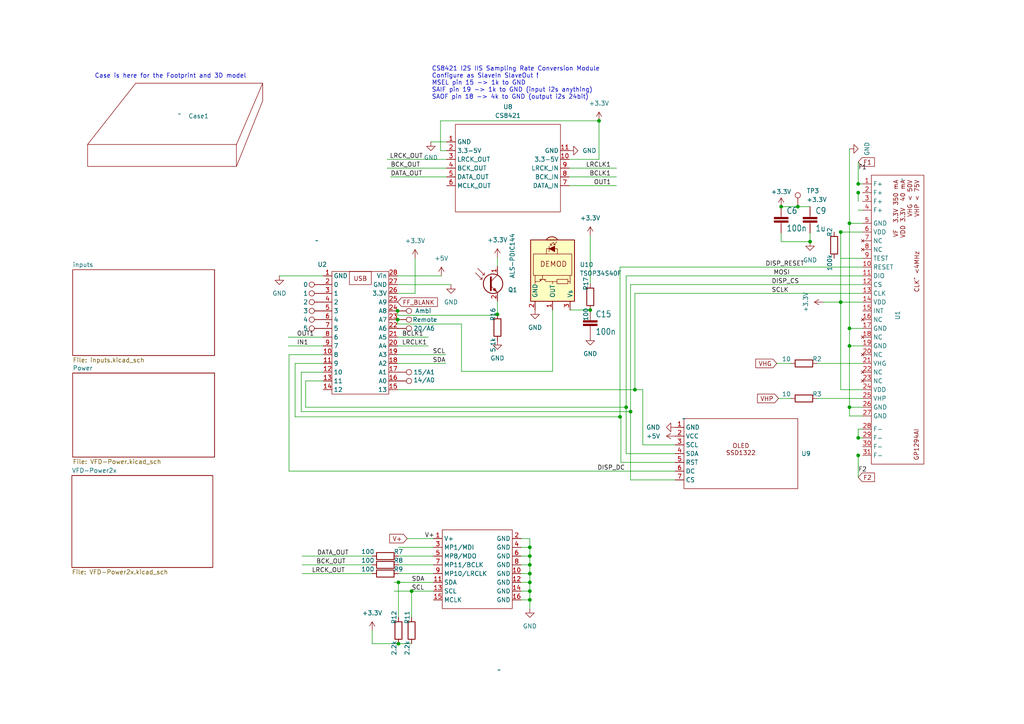
<source format=kicad_sch>
(kicad_sch (version 20230121) (generator eeschema)
  (paper "A4")
  (lib_symbols
    (symbol "Connector:TestPoint" (pin_numbers hide) (pin_names (offset 0.762) hide)
      (property "Reference" "TP" (at 0 6.858 0))
      (property "Value" "TestPoint" (at 0 5.08 0))
      (symbol "TestPoint_0_1"
        (circle (center 0 3.302) (radius 0.762))
      )
      (symbol "TestPoint_1_1"
        (pin passive line (at 0 0 90) (length 2.54) (name "1") (number "1"))
      )
    )
    (symbol "Device:R" (pin_numbers hide) (pin_names (offset 0))
      (property "Reference" "R" (at 2.032 0 90))
      (property "Value" "R" (at 0 0 90))
      (symbol "R_0_1"
        (rectangle (start -1.016 -2.54) (end 1.016 2.54) (stroke (width 0.254)))
      )
      (symbol "R_1_1"
        (pin passive line (at 0 3.81 270) (length 1.27) (name "~") (number "1"))
        (pin passive line (at 0 -3.81 90) (length 1.27) (name "~") (number "2"))
      )
    )
    (symbol "FreeDSP:FreeDSP-allinone"
      (property "Reference" "U" (at 0 0 0))
      (symbol "FreeDSP-allinone_0_1"
        (rectangle (start -16.51 40.64) (end 3.81 17.78))
      )
      (symbol "FreeDSP-allinone_1_1"
        (pin input line (at -388.62 -1174.75 0) (length 2.54) (name "V+") (number "1"))
        (pin input line (at -19.05 38.1 0) (length 2.54) (name "V+") (number "1"))
        (pin input line (at 6.35 27.94 180) (length 2.54) (name "GND") (number "10"))
        (pin input line (at -19.05 25.4 0) (length 2.54) (name "SDA") (number "11"))
        (pin input line (at 6.35 25.4 180) (length 2.54) (name "GND") (number "12"))
        (pin input line (at -19.05 22.86 0) (length 2.54) (name "SCL") (number "13"))
        (pin input line (at 6.35 22.86 180) (length 2.54) (name "GND") (number "14"))
        (pin input line (at -19.05 20.32 0) (length 2.54) (name "MCLK") (number "15"))
        (pin input line (at 6.35 20.32 180) (length 2.54) (name "GND") (number "16"))
        (pin input line (at 6.35 38.1 180) (length 2.54) (name "GND") (number "2"))
        (pin input line (at -19.05 35.56 0) (length 2.54) (name "MP1/MDI") (number "3"))
        (pin input line (at 6.35 35.56 180) (length 2.54) (name "GND") (number "4"))
        (pin input line (at -19.05 33.02 0) (length 2.54) (name "MP8/MDO") (number "5"))
        (pin input line (at 6.35 33.02 180) (length 2.54) (name "GND") (number "6"))
        (pin input line (at -19.05 30.48 0) (length 2.54) (name "MP11/BCLK") (number "7"))
        (pin input line (at 6.35 30.48 180) (length 2.54) (name "GND") (number "8"))
        (pin input line (at -19.05 27.94 0) (length 2.54) (name "MP10/LRCLK") (number "9"))
      )
    )
    (symbol "Interface_Optical:TSOP34S40F" (pin_names (offset 1.016))
      (property "Reference" "U" (at -10.16 7.62 0))
      (property "Value" "TSOP34S40F" (at -10.16 -7.62 0))
      (symbol "TSOP34S40F_0_0"
        (arc (start -10.287 1.397) (mid -11.0899 -0.1852) (end -10.287 -1.778) (stroke (width 0.254)) (fill (type background)))
        (polyline (pts (xy 1.905 -5.08) (xy 0.127 -5.08)))
        (polyline (pts (xy 1.905 5.08) (xy 0.127 5.08)))
        (text "DEMOD" (at -3.175 0.254 900) (effects (font (size 1.524 1.524))))
      )
      (symbol "TSOP34S40F_0_1"
        (rectangle (start -6.096 5.588) (end 0.127 -5.588))
        (polyline (pts (xy -8.763 0.381) (xy -9.652 1.27)))
        (polyline (pts (xy -8.763 0.381) (xy -9.271 0.381)))
        (polyline (pts (xy -8.763 0.381) (xy -8.763 0.889)))
        (polyline (pts (xy -8.636 -0.635) (xy -9.525 0.254)))
        (polyline (pts (xy -8.636 -0.635) (xy -9.144 -0.635)))
        (polyline (pts (xy -8.636 -0.635) (xy -8.636 -0.127)))
        (polyline (pts (xy -8.382 -1.016) (xy -6.731 -1.016)))
        (polyline (pts (xy 1.27 -2.921) (xy 0.127 -2.921)))
        (polyline (pts (xy 1.27 -1.905) (xy 1.27 -3.81)))
        (polyline (pts (xy 1.397 -3.556) (xy 1.524 -3.556)))
        (polyline (pts (xy 1.651 -3.556) (xy 1.524 -3.556)))
        (polyline (pts (xy 1.651 -3.556) (xy 1.651 -3.302)))
        (polyline (pts (xy 1.905 0) (xy 1.905 1.27)))
        (polyline (pts (xy 1.905 4.445) (xy 1.905 5.08) (xy 2.54 5.08)))
        (polyline (pts (xy -8.382 0.635) (xy -6.731 0.635) (xy -7.62 -1.016) (xy -8.382 0.635)) (fill (type outline)))
        (polyline (pts (xy -6.096 1.397) (xy -7.62 1.397) (xy -7.62 -1.778) (xy -6.096 -1.778)))
        (polyline (pts (xy 1.27 -3.175) (xy 1.905 -3.81) (xy 1.905 -5.08) (xy 2.54 -5.08)))
        (polyline (pts (xy 1.27 -2.54) (xy 1.905 -1.905) (xy 1.905 0) (xy 2.54 0)))
        (rectangle (start 2.54 1.27) (end 1.27 4.445))
        (rectangle (start 7.62 6.35) (end -10.16 -6.35) (stroke (width 0.254)) (fill (type background)))
      )
      (symbol "TSOP34S40F_1_1"
        (pin output line (at 10.16 0 180) (length 2.54) (name "OUT") (number "1"))
        (pin power_in line (at 10.16 -5.08 180) (length 2.54) (name "GND") (number "2"))
        (pin power_in line (at 10.16 5.08 180) (length 2.54) (name "Vs") (number "3"))
      )
    )
    (symbol "Sensor_Optical:BPW42" (pin_names (offset 0) hide)
      (property "Reference" "Q" (at 5.08 1.27 0))
      (property "Value" "BPW42" (at 5.08 -1.27 0))
      (symbol "BPW42_0_1"
        (polyline (pts (xy -1.905 1.27) (xy -2.54 1.27)))
        (polyline (pts (xy -1.27 2.54) (xy -1.905 2.54)))
        (polyline (pts (xy 0.635 0.635) (xy 2.54 2.54)))
        (polyline (pts (xy -3.81 3.175) (xy -1.905 1.27) (xy -1.905 1.905)))
        (polyline (pts (xy -3.175 4.445) (xy -1.27 2.54) (xy -1.27 3.175)))
        (polyline (pts (xy 0.635 -0.635) (xy 2.54 -2.54) (xy 2.54 -2.54)))
        (polyline (pts (xy 0.635 1.905) (xy 0.635 -1.905) (xy 0.635 -1.905)) (stroke (width 0.508)))
        (polyline (pts (xy 1.27 -1.778) (xy 1.778 -1.27) (xy 2.286 -2.286) (xy 1.27 -1.778) (xy 1.27 -1.778)) (fill (type outline)))
        (circle (center 1.27 0) (radius 2.8194) (stroke (width 0.254)))
      )
      (symbol "BPW42_1_1"
        (pin passive line (at 2.54 5.08 270) (length 2.54) (name "C") (number "1"))
        (pin passive line (at 2.54 -5.08 90) (length 2.54) (name "E") (number "2"))
      )
    )
    (symbol "VFD-Power-eagle-import:C-EUC1206"
      (property "Reference" "C" (at 1.524 0.381 0))
      (symbol "C-EUC1206_1_0"
        (rectangle (start -2.032 -2.032) (end 2.032 -1.524) (fill (type outline)))
        (rectangle (start -2.032 -1.016) (end 2.032 -0.508) (fill (type outline)))
        (polyline (pts (xy 0 -2.54) (xy 0 -2.032)) (stroke (width 0.1524)))
        (polyline (pts (xy 0 0) (xy 0 -0.508)) (stroke (width 0.1524)))
        (pin passive line (at 0 2.54 270) (length 2.54) (name "1") (number "1"))
        (pin passive line (at 0 -5.08 90) (length 2.54) (name "2") (number "2"))
      )
    )
    (symbol "VFDs-Library:CS8421-breakout"
      (property "Reference" "U" (at -15.24 12.7 0))
      (property "Value" "CS8421" (at 0 8.89 0))
      (symbol "CS8421-breakout_0_1"
        (rectangle (start -15.24 12.7) (end 15.24 -12.7))
      )
      (symbol "CS8421-breakout_1_1"
        (pin power_in line (at -17.78 7.62 0) (length 2.54) (name "GND") (number "1"))
        (pin power_in line (at 17.78 2.54 180) (length 2.54) (name "3.3-5V") (number "10"))
        (pin power_in line (at 17.78 5.08 180) (length 2.54) (name "GND") (number "11"))
        (pin power_in line (at -17.78 5.08 0) (length 2.54) (name "3.3-5V") (number "2"))
        (pin output line (at -17.78 2.54 0) (length 2.54) (name "LRCK_OUT") (number "3"))
        (pin output line (at -17.78 0 0) (length 2.54) (name "BCK_OUT") (number "4"))
        (pin output line (at -17.78 -2.54 0) (length 2.54) (name "DATA_OUT") (number "5"))
        (pin output line (at -17.78 -5.08 0) (length 2.54) (name "MCLK_OUT") (number "6"))
        (pin input line (at 17.78 -5.08 180) (length 2.54) (name "DATA_IN") (number "7"))
        (pin input line (at 17.78 -2.54 180) (length 2.54) (name "BCK_IN") (number "8"))
        (pin input line (at 17.78 0 180) (length 2.54) (name "LRCK_IN") (number "9"))
      )
    )
    (symbol "VFDs-Library:CaseDD"
      (property "Reference" "CASE" (at 0 0 0))
      (symbol "CaseDD_0_1"
        (polyline (pts (xy 16.51 -15.24) (xy 24.13 3.81) (xy 24.13 8.89)))
        (polyline (pts (xy -26.67 -8.89) (xy -26.67 -15.24) (xy 16.51 -15.24) (xy 16.51 -8.89)))
        (polyline (pts (xy -12.7 8.89) (xy -26.67 -8.89) (xy 16.51 -8.89) (xy 24.13 8.89) (xy -12.7 8.89)))
      )
    )
    (symbol "VFDs-Library:GP1294AI"
      (property "Reference" "DISP" (at 0 -2.54 0))
      (symbol "GP1294AI_0_1"
        (rectangle (start -41.91 7.62) (end 41.91 -7.62))
      )
      (symbol "GP1294AI_1_1"
        (text "CLK^ <4MHz" (at 13.9211 -5.5814 0) (effects (font (size 1.27 1.27))))
        (text "GP1294AI" (at -31.5746 -5.4699 0) (effects (font (size 1.27 1.27)) (justify right)))
        (text "VF  3.3V 350 mA\nVDD 3.3V  40 mA\nVHG < 50V\nVHP < 75V" (at 40.64 -2.54 0) (effects (font (size 1.27 1.27)) (justify right)))
        (pin input line (at 39.37 10.16 270) (length 2.54) (name "F+") (number "1"))
        (pin input line (at 15.24 10.16 270) (length 2.54) (name "RESET") (number "10"))
        (pin bidirectional line (at 12.7 10.16 270) (length 2.54) (name "DIO") (number "11"))
        (pin input line (at 10.16 10.16 270) (length 2.54) (name "CS") (number "12"))
        (pin input line (at 7.62 10.16 270) (length 2.54) (name "CLK") (number "13"))
        (pin power_in line (at 5.08 10.16 270) (length 2.54) (name "VDD") (number "14"))
        (pin output line (at 2.54 10.16 270) (length 2.54) (name "INT") (number "15"))
        (pin no_connect line (at 0 10.16 270) (length 2.54) (name "NC") (number "16"))
        (pin input line (at -2.54 10.16 270) (length 2.54) (name "GND") (number "17"))
        (pin no_connect line (at -5.08 10.16 270) (length 2.54) (name "NC") (number "18"))
        (pin input line (at -7.62 10.16 270) (length 2.54) (name "GND") (number "19"))
        (pin input line (at 36.83 10.16 270) (length 2.54) (name "F+") (number "2"))
        (pin no_connect line (at -10.16 10.16 270) (length 2.54) (name "NC") (number "20"))
        (pin input line (at -12.7 10.16 270) (length 2.54) (name "VHG") (number "21"))
        (pin no_connect line (at -15.24 10.16 270) (length 2.54) (name "NC") (number "22"))
        (pin no_connect line (at -17.78 10.16 270) (length 2.54) (name "NC") (number "23"))
        (pin power_in line (at -20.32 10.16 270) (length 2.54) (name "VDD") (number "24"))
        (pin power_in line (at -22.86 10.16 270) (length 2.54) (name "VHP") (number "25"))
        (pin input line (at -25.4 10.16 270) (length 2.54) (name "GND") (number "26"))
        (pin input line (at -27.94 10.16 270) (length 2.54) (name "GND") (number "27"))
        (pin input line (at -31.75 10.16 270) (length 2.54) (name "F-") (number "28"))
        (pin input line (at -34.29 10.16 270) (length 2.54) (name "F-") (number "29"))
        (pin input line (at 34.29 10.16 270) (length 2.54) (name "F+") (number "3"))
        (pin input line (at -36.83 10.16 270) (length 2.54) (name "F-") (number "30"))
        (pin input line (at -39.37 10.16 270) (length 2.54) (name "F-") (number "31"))
        (pin input line (at 31.75 10.16 270) (length 2.54) (name "F+") (number "4"))
        (pin input line (at 27.94 10.16 270) (length 2.54) (name "GND") (number "5"))
        (pin power_in line (at 25.4 10.16 270) (length 2.54) (name "VDD") (number "6"))
        (pin no_connect line (at 22.86 10.16 270) (length 2.54) (name "NC") (number "7"))
        (pin no_connect line (at 20.32 10.16 270) (length 2.54) (name "NC") (number "8"))
        (pin input line (at 17.78 10.16 270) (length 2.54) (name "TEST") (number "9"))
      )
    )
    (symbol "VFDs-Library:OLED5.5"
      (property "Reference" "U" (at -16.51 10.16 0))
      (symbol "OLED5.5_0_1"
        (rectangle (start -16.51 10.16) (end 16.51 -10.16))
      )
      (symbol "OLED5.5_1_1"
        (text "OLED\nSSD1322" (at 0 1.27 0) (effects (font (size 1.27 1.27))))
        (pin power_in line (at -19.05 7.62 0) (length 2.54) (name "GND") (number "1"))
        (pin power_in line (at -19.05 5.08 0) (length 2.54) (name "VCC") (number "2"))
        (pin input line (at -19.05 2.54 0) (length 2.54) (name "SCL") (number "3"))
        (pin input line (at -19.05 0 0) (length 2.54) (name "SDA") (number "4"))
        (pin input line (at -19.05 -2.54 0) (length 2.54) (name "RST") (number "5"))
        (pin input line (at -19.05 -5.08 0) (length 2.54) (name "DC") (number "6"))
        (pin input line (at -19.05 -7.62 0) (length 2.54) (name "CS") (number "7"))
      )
    )
    (symbol "VFDs-Library:Teensy4.0"
      (property "Reference" "U" (at 8.89 -6.35 0))
      (symbol "Teensy4.0_0_1"
        (rectangle (start 2.54 1.27) (end 19.05 -34.29))
        (rectangle (start 7.62 1.27) (end 13.97 -2.54))
      )
      (symbol "Teensy4.0_1_1"
        (text "USB" (at 10.7796 -0.7813 0) (effects (font (size 1.27 1.27))))
        (pin input line (at 0 0 0) (length 2.54) (name "GND") (number "1"))
        (pin input line (at 0 -22.86 0) (length 2.54) (name "8") (number "10"))
        (pin input line (at 0 -25.4 0) (length 2.54) (name "9") (number "11"))
        (pin input line (at 0 -27.94 0) (length 2.54) (name "10") (number "12"))
        (pin input line (at 0 -30.48 0) (length 2.54) (name "11") (number "13"))
        (pin input line (at 0 -33.02 0) (length 2.54) (name "12") (number "14"))
        (pin input line (at 21.59 -33.02 180) (length 2.54) (name "13") (number "15"))
        (pin input line (at 21.59 -30.48 180) (length 2.54) (name "A0") (number "16"))
        (pin input line (at 21.59 -27.94 180) (length 2.54) (name "A1") (number "17"))
        (pin input line (at 21.59 -25.4 180) (length 2.54) (name "A2") (number "18"))
        (pin input line (at 21.59 -22.86 180) (length 2.54) (name "A3") (number "19"))
        (pin input line (at 0 -2.54 0) (length 2.54) (name "0") (number "2"))
        (pin input line (at 21.59 -20.32 180) (length 2.54) (name "A4") (number "20"))
        (pin input line (at 21.59 -17.78 180) (length 2.54) (name "A5") (number "21"))
        (pin input line (at 21.59 -15.24 180) (length 2.54) (name "A6") (number "22"))
        (pin input line (at 21.59 -12.7 180) (length 2.54) (name "A7") (number "23"))
        (pin input line (at 21.59 -10.16 180) (length 2.54) (name "A8") (number "24"))
        (pin input line (at 21.59 -7.62 180) (length 2.54) (name "A9") (number "25"))
        (pin power_out line (at 21.59 -5.08 180) (length 2.54) (name "3.3V") (number "26"))
        (pin input line (at 21.59 -2.54 180) (length 2.54) (name "GND") (number "27"))
        (pin power_in line (at 21.59 0 180) (length 2.54) (name "Vin") (number "28"))
        (pin input line (at 0 -5.08 0) (length 2.54) (name "1") (number "3"))
        (pin input line (at 0 -7.62 0) (length 2.54) (name "2") (number "4"))
        (pin input line (at 0 -10.16 0) (length 2.54) (name "3") (number "5"))
        (pin input line (at 0 -12.7 0) (length 2.54) (name "4") (number "6"))
        (pin input line (at 0 -15.24 0) (length 2.54) (name "5") (number "7"))
        (pin input line (at 0 -17.78 0) (length 2.54) (name "6") (number "8"))
        (pin input line (at 0 -20.32 0) (length 2.54) (name "7") (number "9"))
      )
    )
    (symbol "power:+3.3V" (power) (pin_names (offset 0))
      (property "Value" "+3.3V" (at 0 3.556 0))
      (symbol "+3.3V_0_1"
        (polyline (pts (xy -0.762 1.27) (xy 0 2.54)))
        (polyline (pts (xy 0 0) (xy 0 2.54)))
        (polyline (pts (xy 0 2.54) (xy 0.762 1.27)))
      )
      (symbol "+3.3V_1_1"
        (pin power_in line (at 0 0 90) (length 0) hide (name "+3.3V") (number "1"))
      )
    )
    (symbol "power:+5V" (power) (pin_names (offset 0))
      (property "Value" "+5V" (at 0 3.556 0))
      (symbol "+5V_0_1"
        (polyline (pts (xy -0.762 1.27) (xy 0 2.54)))
        (polyline (pts (xy 0 0) (xy 0 2.54)))
        (polyline (pts (xy 0 2.54) (xy 0.762 1.27)))
      )
      (symbol "+5V_1_1"
        (pin power_in line (at 0 0 90) (length 0) hide (name "+5V") (number "1"))
      )
    )
    (symbol "power:GND" (power) (pin_names (offset 0))
      (property "Value" "GND" (at 0 -3.81 0))
      (symbol "GND_0_1"
        (polyline (pts (xy 0 0) (xy 0 -1.27) (xy 1.27 -1.27) (xy 0 -2.54) (xy -1.27 -1.27) (xy 0 -1.27)))
      )
      (symbol "GND_1_1"
        (pin power_in line (at 0 0 270) (length 0) hide (name "GND") (number "1"))
      )
    )
  )
  (junction (at 182.88 119.38))
  (junction (at 153.67 161.29))
  (junction (at 248.92 132.08))
  (junction (at 179.832 120.904))
  (junction (at 171.196 89.916))
  (junction (at 115.57 186.69))
  (junction (at 153.67 173.99))
  (junction (at 231.394 59.944))
  (junction (at 115.316 92.71))
  (junction (at 246.38 64.77))
  (junction (at 119.38 171.45))
  (junction (at 246.38 100.33))
  (junction (at 115.57 168.91))
  (junction (at 144.272 91.186))
  (junction (at 184.15 113.03))
  (junction (at 226.568 59.944))
  (junction (at 234.95 70.104))
  (junction (at 248.92 127))
  (junction (at 153.67 163.83))
  (junction (at 173.736 35.052))
  (junction (at 243.84 67.31))
  (junction (at 248.92 55.88))
  (junction (at 153.67 158.75))
  (junction (at 153.67 168.91))
  (junction (at 153.67 166.37))
  (junction (at 153.67 171.45))
  (junction (at 246.38 95.25))
  (junction (at 115.316 90.17))
  (junction (at 243.84 87.63))
  (junction (at 181.61 118.11))
  (junction (at 246.38 118.11))
  (junction (at 248.92 53.34))
  (wire (pts (xy 115.316 93.98) (xy 115.316 92.71)))
  (wire (pts (xy 181.61 118.11) (xy 181.61 80.01)))
  (wire (pts (xy 250.19 53.34) (xy 248.92 53.34)))
  (wire (pts (xy 248.92 127) (xy 250.19 127)))
  (wire (pts (xy 127.762 35.052) (xy 173.736 35.052)))
  (wire (pts (xy 246.38 95.25) (xy 246.38 100.33)))
  (wire (pts (xy 236.982 105.41) (xy 250.19 105.41)))
  (wire (pts (xy 112.268 46.228) (xy 129.54 46.228)))
  (wire (pts (xy 83.566 97.79) (xy 93.726 97.79)))
  (wire (pts (xy 81.026 80.01) (xy 93.726 80.01)))
  (wire (pts (xy 115.57 168.91) (xy 115.57 179.07)))
  (wire (pts (xy 153.67 176.53) (xy 153.67 173.99)))
  (wire (pts (xy 171.196 68.326) (xy 171.196 82.296)))
  (wire (pts (xy 88.646 118.11) (xy 181.61 118.11)))
  (wire (pts (xy 180.086 134.112) (xy 180.086 120.904)))
  (wire (pts (xy 115.57 163.83) (xy 125.73 163.83)))
  (wire (pts (xy 119.38 171.45) (xy 119.38 179.07)))
  (wire (pts (xy 250.19 124.46) (xy 248.92 124.46)))
  (wire (pts (xy 246.38 118.11) (xy 246.38 120.65)))
  (wire (pts (xy 151.13 163.83) (xy 153.67 163.83)))
  (wire (pts (xy 243.84 87.63) (xy 250.19 87.63)))
  (wire (pts (xy 119.38 171.45) (xy 125.73 171.45)))
  (wire (pts (xy 115.316 85.09) (xy 120.396 85.09)))
  (wire (pts (xy 115.57 168.91) (xy 125.73 168.91)))
  (wire (pts (xy 87.376 107.95) (xy 93.726 107.95)))
  (wire (pts (xy 127.762 43.688) (xy 127.762 35.052)))
  (wire (pts (xy 125.73 158.75) (xy 115.57 158.75)))
  (wire (pts (xy 234.95 70.104) (xy 234.95 67.564)) (stroke (width 0.1524)))
  (wire (pts (xy 231.394 59.944) (xy 226.568 59.944)))
  (wire (pts (xy 165.1 48.768) (xy 178.816 48.768)))
  (wire (pts (xy 186.436 129.032) (xy 186.436 113.03)))
  (wire (pts (xy 153.67 158.75) (xy 153.67 161.29)))
  (wire (pts (xy 182.88 119.38) (xy 87.376 119.38)))
  (wire (pts (xy 153.67 156.21) (xy 153.67 158.75)))
  (wire (pts (xy 115.316 102.87) (xy 129.286 102.87)))
  (wire (pts (xy 88.646 110.49) (xy 88.646 118.11)))
  (wire (pts (xy 248.92 124.46) (xy 248.92 127)))
  (wire (pts (xy 114.3 171.45) (xy 119.38 171.45)))
  (wire (pts (xy 250.19 60.96) (xy 248.92 60.96)))
  (wire (pts (xy 186.436 113.03) (xy 184.15 113.03)))
  (wire (pts (xy 151.13 173.99) (xy 153.67 173.99)))
  (wire (pts (xy 115.57 186.69) (xy 119.38 186.69)))
  (wire (pts (xy 115.57 161.29) (xy 125.73 161.29)))
  (wire (pts (xy 85.598 120.904) (xy 85.598 105.41)))
  (wire (pts (xy 243.84 74.93) (xy 250.19 74.93)))
  (wire (pts (xy 144.272 91.44) (xy 144.272 91.186)))
  (wire (pts (xy 246.38 64.77) (xy 250.19 64.77)))
  (wire (pts (xy 118.11 156.21) (xy 125.73 156.21)))
  (wire (pts (xy 153.67 161.29) (xy 153.67 163.83)))
  (wire (pts (xy 112.268 48.768) (xy 129.54 48.768)))
  (wire (pts (xy 181.61 80.01) (xy 250.19 80.01)))
  (wire (pts (xy 195.834 139.192) (xy 182.88 139.192)))
  (wire (pts (xy 153.67 171.45) (xy 153.67 173.99)))
  (wire (pts (xy 182.88 82.55) (xy 182.88 119.38)))
  (wire (pts (xy 248.92 46.99) (xy 248.92 53.34)))
  (wire (pts (xy 195.834 136.652) (xy 83.82 136.652)))
  (wire (pts (xy 153.67 166.37) (xy 153.67 168.91)))
  (wire (pts (xy 182.88 119.38) (xy 182.88 139.192)))
  (wire (pts (xy 129.54 51.308) (xy 113.284 51.308)))
  (wire (pts (xy 195.834 134.112) (xy 180.086 134.112)))
  (wire (pts (xy 226.568 70.104) (xy 234.95 70.104)) (stroke (width 0.1524)))
  (wire (pts (xy 246.38 120.65) (xy 250.19 120.65)))
  (wire (pts (xy 184.15 85.09) (xy 250.19 85.09)))
  (wire (pts (xy 179.832 77.47) (xy 250.19 77.47)))
  (wire (pts (xy 115.57 166.37) (xy 125.73 166.37)))
  (wire (pts (xy 246.38 100.33) (xy 246.38 118.11)))
  (wire (pts (xy 115.316 80.01) (xy 128.016 80.01)))
  (wire (pts (xy 120.396 85.09) (xy 120.396 74.93)))
  (wire (pts (xy 151.13 161.29) (xy 153.67 161.29)))
  (wire (pts (xy 184.15 113.03) (xy 184.15 85.09)))
  (wire (pts (xy 248.92 55.88) (xy 248.92 58.42)))
  (wire (pts (xy 248.92 132.08) (xy 248.92 138.43)))
  (wire (pts (xy 243.84 113.03) (xy 250.19 113.03)))
  (wire (pts (xy 165.1 53.848) (xy 178.816 53.848)))
  (wire (pts (xy 246.38 95.25) (xy 250.19 95.25)))
  (wire (pts (xy 144.272 74.676) (xy 144.272 77.216)))
  (wire (pts (xy 250.19 82.55) (xy 182.88 82.55)))
  (wire (pts (xy 181.61 131.572) (xy 181.61 118.11)))
  (wire (pts (xy 238.76 87.63) (xy 243.84 87.63)))
  (wire (pts (xy 85.598 105.41) (xy 93.726 105.41)))
  (wire (pts (xy 93.726 110.49) (xy 88.646 110.49)))
  (wire (pts (xy 160.274 107.696) (xy 133.858 107.696)))
  (wire (pts (xy 165.354 89.916) (xy 171.196 89.916)))
  (wire (pts (xy 229.362 105.41) (xy 225.298 105.41)))
  (wire (pts (xy 195.834 129.032) (xy 186.436 129.032)))
  (wire (pts (xy 236.982 115.57) (xy 250.19 115.57)))
  (wire (pts (xy 115.316 105.41) (xy 129.286 105.41)))
  (wire (pts (xy 129.54 43.688) (xy 127.762 43.688)))
  (wire (pts (xy 234.95 59.944) (xy 231.394 59.944)))
  (wire (pts (xy 87.63 163.83) (xy 107.95 163.83)))
  (wire (pts (xy 87.63 166.37) (xy 107.95 166.37)))
  (wire (pts (xy 151.13 171.45) (xy 153.67 171.45)))
  (wire (pts (xy 115.57 186.69) (xy 107.95 186.69)))
  (wire (pts (xy 151.13 168.91) (xy 153.67 168.91)))
  (wire (pts (xy 180.086 120.904) (xy 179.832 120.904)))
  (wire (pts (xy 83.566 100.33) (xy 93.726 100.33)))
  (wire (pts (xy 83.82 102.87) (xy 93.726 102.87)))
  (wire (pts (xy 246.38 118.11) (xy 250.19 118.11)))
  (wire (pts (xy 195.834 131.572) (xy 181.61 131.572)))
  (wire (pts (xy 179.832 77.47) (xy 179.832 120.904)))
  (wire (pts (xy 115.316 113.03) (xy 184.15 113.03)))
  (wire (pts (xy 115.316 82.55) (xy 130.81 82.55)))
  (wire (pts (xy 243.84 67.31) (xy 243.84 87.63)))
  (wire (pts (xy 115.316 100.33) (xy 124.206 100.33)))
  (wire (pts (xy 144.272 91.44) (xy 115.316 91.44)))
  (wire (pts (xy 246.38 100.33) (xy 250.19 100.33)))
  (wire (pts (xy 87.63 161.29) (xy 107.95 161.29)))
  (wire (pts (xy 114.3 168.91) (xy 115.57 168.91)))
  (wire (pts (xy 115.316 97.79) (xy 124.206 97.79)))
  (wire (pts (xy 243.84 113.03) (xy 243.84 87.63)))
  (wire (pts (xy 226.568 67.564) (xy 226.568 70.104)) (stroke (width 0.1524)))
  (wire (pts (xy 144.272 87.376) (xy 144.272 91.186)))
  (wire (pts (xy 153.67 168.91) (xy 153.67 171.45)))
  (wire (pts (xy 246.38 64.77) (xy 246.38 95.25)))
  (wire (pts (xy 165.1 46.228) (xy 173.736 46.228)))
  (wire (pts (xy 83.82 136.652) (xy 83.82 102.87)))
  (wire (pts (xy 151.13 166.37) (xy 153.67 166.37)))
  (wire (pts (xy 179.832 120.904) (xy 85.598 120.904)))
  (wire (pts (xy 115.316 91.44) (xy 115.316 90.17)))
  (wire (pts (xy 133.858 93.98) (xy 115.316 93.98)))
  (wire (pts (xy 160.274 89.916) (xy 160.274 107.696)))
  (wire (pts (xy 151.13 156.21) (xy 153.67 156.21)))
  (wire (pts (xy 225.806 115.57) (xy 229.362 115.57)))
  (wire (pts (xy 250.19 67.31) (xy 243.84 67.31)))
  (wire (pts (xy 153.67 163.83) (xy 153.67 166.37)))
  (wire (pts (xy 133.858 107.696) (xy 133.858 93.98)))
  (wire (pts (xy 173.736 35.052) (xy 173.736 46.228)))
  (wire (pts (xy 246.38 43.18) (xy 246.38 64.77)))
  (wire (pts (xy 151.13 158.75) (xy 153.67 158.75)))
  (wire (pts (xy 107.95 186.69) (xy 107.95 182.88)))
  (wire (pts (xy 165.1 51.308) (xy 178.816 51.308)))
  (wire (pts (xy 87.376 119.38) (xy 87.376 107.95)))
  (wire (pts (xy 124.968 41.148) (xy 129.54 41.148)))
  (text "Case is here for the Footprint and 3D model" (at 27.432 22.86 0) (effects (font (size 1.27 1.27)) (justify left bottom)))
  (text "CS8421 I2S IIS Sampling Rate Conversion Module\nConfigure as SlaveIn SlaveOut !\nMSEL pin 15 -> 1k to GND\nSAIF pin 19 -> 1k to GND (input i2s anything)\nSAOF pin 18 -> 4k to GND (output i2s 24bit)" (at 125.222 28.956 0) (effects (font (size 1.27 1.27)) (justify left bottom)))
  (label "DATA_OUT" (at 113.284 51.308 0))
  (label "DATA_OUT" (at 91.948 161.29 0))
  (label "IN1" (at 86.106 100.33 0))
  (label "SCL" (at 119.38 171.45 0))
  (label "BCK_OUT" (at 91.694 163.83 0))
  (label "SDA" (at 119.38 168.91 0))
  (label "F2" (at 248.92 137.16 0))
  (label "LRCK_OUT" (at 90.424 166.37 0))
  (label "OUT1" (at 86.106 97.79 0))
  (label "LRCLK1" (at 169.926 48.768 0))
  (label "BCLK1" (at 170.942 51.308 0))
  (label "BCK_OUT" (at 113.284 48.768 0))
  (label "F1" (at 248.92 49.53 0))
  (label "V+" (at 123.19 156.21 0))
  (label "SCL" (at 125.476 102.87 0))
  (label "LRCLK1" (at 116.586 100.33 0))
  (label "SDA" (at 125.476 105.41 0))
  (label "DISP_CS" (at 223.774 82.55 0))
  (label "LRCK_OUT" (at 113.03 46.228 0))
  (label "BCLK1" (at 116.586 97.79 0))
  (label "SCLK" (at 223.774 85.09 0))
  (label "OUT1" (at 172.212 53.848 0))
  (label "DISP_DC" (at 173.228 136.652 0))
  (label "MOSI" (at 224.3247 80.01 0))
  (label "DISP_RESET" (at 221.996 77.47 0))
  (global_label "V+" (shape input) (at 118.11 156.21 180) (property "Intersheetrefs" "${INTERSHEET_REFS}" (effects hide)))
  (global_label "F1" (shape input) (at 248.92 46.99 0) (property "Intersheetrefs" "${INTERSHEET_REFS}" (effects hide)))
  (global_label "F2" (shape input) (at 248.92 138.43 0) (property "Intersheetrefs" "${INTERSHEET_REFS}" (effects hide)))
  (global_label "FF_BLANK" (shape input) (at 115.316 87.63 0) (property "Intersheetrefs" "${INTERSHEET_REFS}" (effects hide)))
  (global_label "VHG" (shape input) (at 225.298 105.41 180) (property "Intersheetrefs" "${INTERSHEET_REFS}" (effects hide)))
  (global_label "VHP" (shape input) (at 225.806 115.57 180) (property "Intersheetrefs" "${INTERSHEET_REFS}" (effects hide)))
  (symbol (lib_id "Device:R") (at 171.196 86.106 180) (unit 1)
    (property "Reference" "R17" (at 169.926 82.296 90))
    (property "Value" "100" (at 169.926 91.186 90))
    (property "Footprint" "Resistor_SMD:R_0603_1608Metric" (effects hide))
  )
  (symbol (lib_id "Interface_Optical:TSOP34S40F") (at 160.274 79.756 270) (unit 1)
    (property "Reference" "U10" (at 168.148 76.751 90) (effects (justify left)))
    (property "Value" "TSOP34S40F" (at 168.148 79.291 90) (effects (justify left)))
    (property "Footprint" "OptoDevice:Vishay_MOLD-3Pin" (effects hide))
    (property "Datasheet" "http://www.vishay.com/docs/82669/tsop32s40f.pdf" (effects hide))
  )
  (symbol (lib_id "power:GND") (at 234.95 70.104 0) (unit 1)
    (property "Reference" "#PWR04" (effects hide))
    (property "Value" "GND" (at 234.95 75.438 0))
  )
  (symbol (lib_id "power:+3.3V") (at 120.396 74.93 0) (unit 1)
    (property "Reference" "#PWR08" (effects hide))
    (property "Value" "+3.3V" (at 120.396 69.85 0))
  )
  (symbol (lib_id "Device:R") (at 233.172 105.41 90) (unit 1)
    (property "Reference" "R2" (at 236.982 104.14 90))
    (property "Value" "10" (at 228.092 104.14 90))
    (property "Footprint" "Resistor_SMD:R_0603_1608Metric" (effects hide))
  )
  (symbol (lib_id "power:+3.3V") (at 171.196 68.326 0) (unit 1)
    (property "Reference" "#PWR046" (effects hide))
    (property "Value" "+3.3V" (at 171.196 63.246 0))
  )
  (symbol (lib_id "VFD-Power-eagle-import:C-EUC1206") (at 226.568 62.484 0) (unit 1)
    (property "Reference" "C6" (at 228.092 62.103 0) (effects (font (size 1.778 1.5113)) (justify left bottom)))
    (property "Value" "100n" (at 228.092 67.183 0) (effects (font (size 1.778 1.5113)) (justify left bottom)))
    (property "Footprint" "VFD-Power:C1206" (effects hide))
  )
  (symbol (lib_id "Device:R") (at 241.935 71.12 180) (unit 1)
    (property "Reference" "R2" (at 240.665 67.31 90))
    (property "Value" "100k" (at 240.665 76.2 90))
    (property "Footprint" "Resistor_SMD:R_0603_1608Metric" (effects hide))
  )
  (symbol (lib_id "power:GND") (at 165.1 43.688 90) (unit 1)
    (property "Reference" "#PWR034" (effects hide))
    (property "Value" "GND" (at 168.91 43.688 90) (effects (justify right)))
  )
  (symbol (lib_id "FreeDSP:FreeDSP-allinone") (at 144.78 194.31 0) (unit 1)
    (property "Reference" "U4" (at -46.355 151.13 0))
    (property "Value" "~" (at 144.78 194.31 0))
    (property "Footprint" "FreeDSP:FreeDSP-allinone" (effects hide))
  )
  (symbol (lib_id "power:GND") (at 130.81 82.55 0) (unit 1)
    (property "Reference" "#PWR06" (effects hide))
    (property "Value" "GND" (at 130.81 87.63 0))
  )
  (symbol (lib_id "Connector:TestPoint") (at 231.394 59.944 0) (unit 1)
    (property "Reference" "TP3" (at 233.934 55.372 0) (effects (justify left)))
    (property "Value" "+3.3V" (at 233.934 57.912 0) (effects (justify left)))
    (property "Footprint" "TestPoint:TestPoint_Pad_2.0x2.0mm" (effects hide))
  )
  (symbol (lib_id "VFD-Power-eagle-import:C-EUC1206") (at 234.95 62.484 0) (unit 1)
    (property "Reference" "C9" (at 236.474 62.103 0) (effects (font (size 1.778 1.5113)) (justify left bottom)))
    (property "Value" "1u" (at 236.474 67.183 0) (effects (font (size 1.778 1.5113)) (justify left bottom)))
    (property "Footprint" "VFD-Power:C1206" (effects hide))
  )
  (symbol (lib_id "power:GND") (at 171.196 97.536 0) (unit 1)
    (property "Reference" "#PWR048" (effects hide))
    (property "Value" "GND" (at 171.196 102.616 0))
  )
  (symbol (lib_id "power:+5V") (at 128.016 80.01 0) (unit 1)
    (property "Reference" "#PWR07" (effects hide))
    (property "Value" "+5V" (at 128.016 74.93 0))
  )
  (symbol (lib_id "VFDs-Library:GP1294AI") (at 260.35 92.71 90) (unit 1)
    (property "Reference" "U1" (at 260.35 91.44 0))
    (property "Value" "~" (at 261.62 52.07 0))
    (property "Footprint" "VFDs-Library:GP1294AI" (effects hide))
  )
  (symbol (lib_id "Device:R") (at 115.57 182.88 180) (unit 1)
    (property "Reference" "R12" (at 114.3 179.07 90))
    (property "Value" "2.2k" (at 114.3 187.96 90))
    (property "Footprint" "Resistor_SMD:R_0603_1608Metric" (effects hide))
  )
  (symbol (lib_id "VFD-Power-eagle-import:C-EUC1206") (at 171.196 92.456 0) (unit 1)
    (property "Reference" "C15" (at 172.72 92.075 0) (effects (font (size 1.778 1.5113)) (justify left bottom)))
    (property "Value" "100n" (at 172.72 97.155 0) (effects (font (size 1.778 1.5113)) (justify left bottom)))
    (property "Footprint" "VFD-Power:C1206" (effects hide))
  )
  (symbol (lib_id "Connector:TestPoint") (at 93.726 92.71 90) (unit 1)
    (property "Reference" "TP11" (effects hide))
    (property "Value" "4" (at 88.646 92.71 90))
    (property "Footprint" "TestPoint:TestPoint_Pad_2.0x2.0mm" (effects hide))
  )
  (symbol (lib_id "Connector:TestPoint") (at 115.316 90.17 270) (unit 1)
    (property "Reference" "TP8" (effects hide))
    (property "Value" "Ambi" (at 120.396 90.17 90) (effects (justify left)))
    (property "Footprint" "TestPoint:TestPoint_Pad_2.0x2.0mm" (effects hide))
  )
  (symbol (lib_id "VFDs-Library:OLED5.5") (at 214.884 131.572 0) (unit 1)
    (property "Reference" "U9" (at 232.41 131.572 0) (effects (justify left)))
    (property "Value" "~" (at 198.374 121.412 0))
    (property "Footprint" "VFDs-Library:OLED5.5" (effects hide))
  )
  (symbol (lib_id "Device:R") (at 111.76 163.83 90) (unit 1)
    (property "Reference" "R8" (at 115.57 162.56 90))
    (property "Value" "100" (at 106.68 162.56 90))
    (property "Footprint" "Resistor_SMD:R_0603_1608Metric" (effects hide))
  )
  (symbol (lib_id "power:+3.3V") (at 144.272 74.676 0) (unit 1)
    (property "Reference" "#PWR012" (effects hide))
    (property "Value" "+3.3V" (at 144.272 69.596 0))
  )
  (symbol (lib_id "Device:R") (at 111.76 166.37 90) (unit 1)
    (property "Reference" "R9" (at 115.57 165.1 90))
    (property "Value" "100" (at 106.68 165.1 90))
    (property "Footprint" "Resistor_SMD:R_0603_1608Metric" (effects hide))
  )
  (symbol (lib_id "VFDs-Library:Teensy4.0") (at 93.726 80.01 0) (unit 1)
    (property "Reference" "U2" (at 93.472 76.708 0))
    (property "Value" "~" (at 91.9072 69.7725 0))
    (property "Footprint" "VFDs-Library:Teensy4.0_smd" (effects hide))
  )
  (symbol (lib_id "power:+3.3V") (at 226.568 59.944 0) (unit 1)
    (property "Reference" "#PWR03" (effects hide))
    (property "Value" "+3.3V" (at 226.568 55.626 0))
  )
  (symbol (lib_id "power:GND") (at 155.194 89.916 0) (unit 1)
    (property "Reference" "#PWR047" (effects hide))
    (property "Value" "GND" (at 155.194 94.996 0))
  )
  (symbol (lib_id "power:GND") (at 124.968 41.148 0) (unit 1)
    (property "Reference" "#PWR029" (effects hide))
    (property "Value" "GND" (at 124.968 45.72 0))
  )
  (symbol (lib_id "power:GND") (at 195.834 123.952 270) (unit 1)
    (property "Reference" "#PWR036" (effects hide))
    (property "Value" "GND" (at 191.516 123.952 90) (effects (justify right)))
  )
  (symbol (lib_id "power:GND") (at 81.026 80.01 0) (unit 1)
    (property "Reference" "#PWR01" (effects hide))
    (property "Value" "GND" (at 81.026 85.09 0))
  )
  (symbol (lib_id "Connector:TestPoint") (at 93.726 85.09 90) (unit 1)
    (property "Reference" "TP14" (effects hide))
    (property "Value" "1" (at 88.646 85.09 90))
    (property "Footprint" "TestPoint:TestPoint_Pad_2.0x2.0mm" (effects hide))
  )
  (symbol (lib_id "Device:R") (at 144.272 94.996 180) (unit 1)
    (property "Reference" "R16" (at 143.002 91.186 90))
    (property "Value" "5.1k" (at 143.002 100.076 90))
    (property "Footprint" "Resistor_SMD:R_0603_1608Metric" (effects hide))
  )
  (symbol (lib_id "VFDs-Library:CaseDD") (at 52.07 33.02 0) (unit 1)
    (property "Reference" "Case1" (at 54.61 33.655 0) (effects (justify left)))
    (property "Value" "~" (at 52.07 33.02 0))
    (property "Footprint" "VFDs-Library:CaseDD" (effects hide))
  )
  (symbol (lib_id "power:+3.3V") (at 238.76 87.63 90) (unit 1)
    (property "Reference" "#PWR02" (effects hide))
    (property "Value" "+3.3V" (at 233.68 87.63 0))
  )
  (symbol (lib_id "Connector:TestPoint") (at 93.726 95.25 90) (unit 1)
    (property "Reference" "TP10" (effects hide))
    (property "Value" "5" (at 88.646 95.25 90))
    (property "Footprint" "TestPoint:TestPoint_Pad_2.0x2.0mm" (effects hide))
  )
  (symbol (lib_id "power:GND") (at 153.67 176.53 0) (unit 1)
    (property "Reference" "#PWR013" (effects hide))
    (property "Value" "GND" (at 153.67 181.61 0))
  )
  (symbol (lib_id "Connector:TestPoint") (at 93.726 90.17 90) (unit 1)
    (property "Reference" "TP12" (effects hide))
    (property "Value" "3" (at 88.646 90.17 90))
    (property "Footprint" "TestPoint:TestPoint_Pad_2.0x2.0mm" (effects hide))
  )
  (symbol (lib_id "Sensor_Optical:BPW42") (at 141.732 82.296 0) (unit 1)
    (property "Reference" "Q1" (at 147.32 84.074 0) (effects (justify left)))
    (property "Value" "ALS-PDIC144" (at 148.59 80.772 90) (effects (justify left)))
    (property "Footprint" "LED_THT:LED_D3.0mm_Clear" (effects hide))
  )
  (symbol (lib_id "Device:R") (at 119.38 182.88 180) (unit 1)
    (property "Reference" "R11" (at 118.11 179.07 90))
    (property "Value" "2.2k" (at 118.11 187.96 90))
    (property "Footprint" "Resistor_SMD:R_0603_1608Metric" (effects hide))
  )
  (symbol (lib_id "Connector:TestPoint") (at 115.316 95.25 270) (unit 1)
    (property "Reference" "TP6" (effects hide))
    (property "Value" "20/A6" (at 119.888 95.25 90) (effects (justify left)))
    (property "Footprint" "TestPoint:TestPoint_Pad_2.0x2.0mm" (effects hide))
  )
  (symbol (lib_id "power:+3.3V") (at 107.95 182.88 0) (unit 1)
    (property "Reference" "#PWR026" (effects hide))
    (property "Value" "+3.3V" (at 107.95 177.8 0))
  )
  (symbol (lib_id "Connector:TestPoint") (at 115.316 107.95 270) (unit 1)
    (property "Reference" "TP5" (effects hide))
    (property "Value" "15/A1" (at 119.888 107.95 90) (effects (justify left)))
    (property "Footprint" "TestPoint:TestPoint_Pad_2.0x2.0mm" (effects hide))
  )
  (symbol (lib_id "Connector:TestPoint") (at 93.726 82.55 90) (unit 1)
    (property "Reference" "TP15" (effects hide))
    (property "Value" "0" (at 88.646 82.55 90))
    (property "Footprint" "TestPoint:TestPoint_Pad_2.0x2.0mm" (effects hide))
  )
  (symbol (lib_id "power:+3.3V") (at 173.736 35.052 0) (unit 1)
    (property "Reference" "#PWR033" (effects hide))
    (property "Value" "+3.3V" (at 173.736 29.972 0))
  )
  (symbol (lib_id "Connector:TestPoint") (at 115.316 92.71 270) (unit 1)
    (property "Reference" "TP7" (effects hide))
    (property "Value" "Remote" (at 119.634 92.71 90) (effects (justify left)))
    (property "Footprint" "TestPoint:TestPoint_Pad_2.0x2.0mm" (effects hide))
  )
  (symbol (lib_id "Device:R") (at 111.76 161.29 90) (unit 1)
    (property "Reference" "R7" (at 115.57 160.02 90))
    (property "Value" "100" (at 106.68 160.02 90))
    (property "Footprint" "Resistor_SMD:R_0603_1608Metric" (effects hide))
  )
  (symbol (lib_id "power:GND") (at 246.38 43.18 90) (unit 1)
    (property "Reference" "#PWR05" (effects hide))
    (property "Value" "GND" (at 251.46 43.18 0))
  )
  (symbol (lib_id "power:GND") (at 144.272 98.806 0) (unit 1)
    (property "Reference" "#PWR045" (effects hide))
    (property "Value" "GND" (at 144.272 103.886 0))
  )
  (symbol (lib_id "Connector:TestPoint") (at 93.726 87.63 90) (unit 1)
    (property "Reference" "TP13" (effects hide))
    (property "Value" "2" (at 88.646 87.63 90))
    (property "Footprint" "TestPoint:TestPoint_Pad_2.0x2.0mm" (effects hide))
  )
  (symbol (lib_id "Device:R") (at 233.172 115.57 90) (unit 1)
    (property "Reference" "R3" (at 236.982 114.3 90))
    (property "Value" "10" (at 228.092 114.3 90))
    (property "Footprint" "Resistor_SMD:R_0603_1608Metric" (effects hide))
  )
  (symbol (lib_id "VFDs-Library:CS8421-breakout") (at 147.32 48.768 0) (unit 1)
    (property "Reference" "U8" (at 147.32 30.988 0))
    (property "Value" "CS8421" (at 147.32 33.528 0))
    (property "Footprint" "VFDs-Library:CS8421-breakout" (effects hide))
  )
  (symbol (lib_id "Connector:TestPoint") (at 115.316 110.49 270) (unit 1)
    (property "Reference" "TP4" (effects hide))
    (property "Value" "14/A0" (at 119.888 110.236 90) (effects (justify left)))
    (property "Footprint" "TestPoint:TestPoint_Pad_2.0x2.0mm" (effects hide))
  )
  (symbol (lib_id "power:+5V") (at 195.834 126.492 90) (unit 1)
    (property "Reference" "#PWR035" (effects hide))
    (property "Value" "+5V" (at 191.516 126.492 90) (effects (justify left)))
  )
  (sheet (at 21.082 78.232) (size 41.148 24.892) (stroke (width 0.1524))
    (property "Sheetname" "inputs" (at 21.082 77.5204 0) (effects (justify left bottom)))
    (property "Sheetfile" "inputs.kicad_sch" (at 21.082 103.7086 0) (effects (justify left top)))
  )
  (sheet (at 21.082 108.204) (size 41.148 24.384) (stroke (width 0.1524))
    (property "Sheetname" "Power" (at 21.082 107.4924 0) (effects (justify left bottom)))
    (property "Sheetfile" "VFD-Power.kicad_sch" (at 21.082 133.1726 0) (effects (justify left top)))
  )
  (sheet (at 20.828 137.922) (size 40.894 26.67) (stroke (width 0.1524))
    (property "Sheetname" "VFD-Power2x" (at 20.828 137.2104 0) (effects (justify left bottom)))
    (property "Sheetfile" "VFD-Power2x.kicad_sch" (at 20.828 165.1766 0) (effects (justify left top)))
  )
)
</source>
